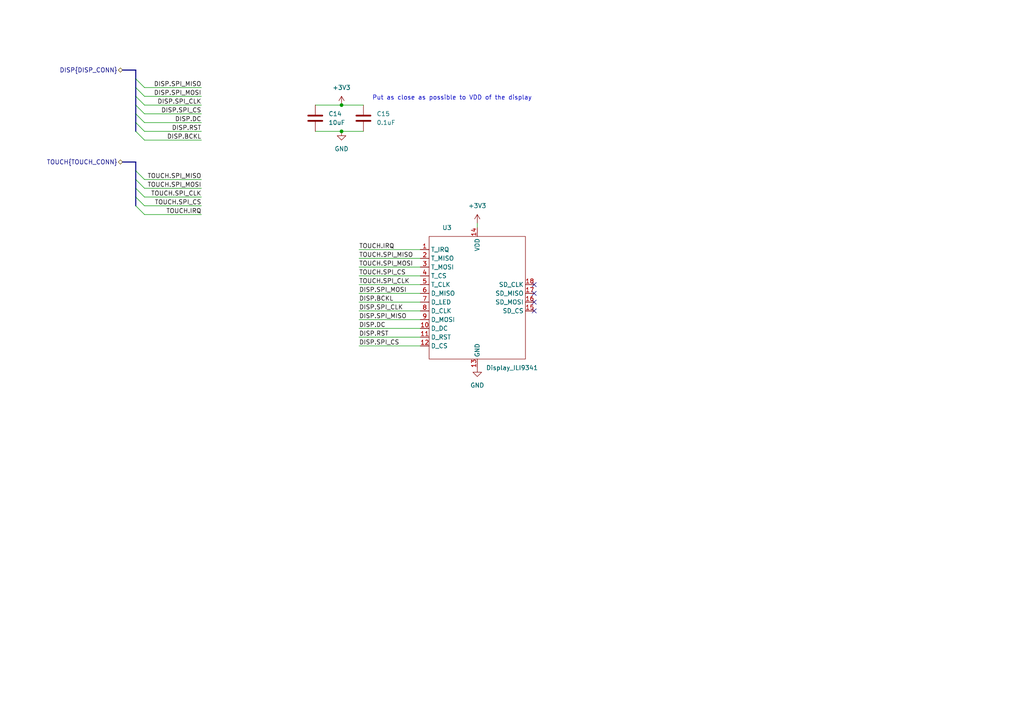
<source format=kicad_sch>
(kicad_sch (version 20211123) (generator eeschema)
  (paper "A4")
  (lib_symbols
    (symbol "Device:C" (pin_numbers hide) (pin_names (offset 0.254))
      (property "Reference" "C" (at 0.635 2.54 0))
      (property "Value" "C" (at 0.635 -2.54 0))
      (symbol "C_0_1"
        (polyline (pts (xy -2.032 -0.762) (xy 2.032 -0.762)) (stroke (width 0.508)))
        (polyline (pts (xy -2.032 0.762) (xy 2.032 0.762)) (stroke (width 0.508)))
      )
      (symbol "C_1_1"
        (pin passive line (at 0 3.81 270) (length 2.794) (name "~") (number "1"))
        (pin passive line (at 0 -3.81 90) (length 2.794) (name "~") (number "2"))
      )
    )
    (symbol "myLib:Display_ILI9341"
      (property "Reference" "U" (at -12.7 19.05 0))
      (property "Value" "Display_ILI9341" (at 8.89 -20.32 0))
      (symbol "Display_ILI9341_0_0"
        (pin output line (at -16.51 13.97 0) (length 2.54) (name "T_IRQ") (number "1"))
        (pin input line (at -16.51 -8.89 0) (length 2.54) (name "D_DC") (number "10"))
        (pin input line (at -16.51 -11.43 0) (length 2.54) (name "D_RST") (number "11"))
        (pin input line (at -16.51 -13.97 0) (length 2.54) (name "D_CS") (number "12"))
        (pin power_in line (at 0 -20.32 90) (length 2.54) (name "GND") (number "13"))
        (pin power_in line (at 0 20.32 270) (length 2.54) (name "VDD") (number "14"))
        (pin input line (at 16.51 -3.81 180) (length 2.54) (name "SD_CS") (number "15"))
        (pin input line (at 16.51 -1.27 180) (length 2.54) (name "SD_MOSI") (number "16"))
        (pin output line (at 16.51 1.27 180) (length 2.54) (name "SD_MISO") (number "17"))
        (pin input line (at 16.51 3.81 180) (length 2.54) (name "SD_CLK") (number "18"))
        (pin output line (at -16.51 11.43 0) (length 2.54) (name "T_MISO") (number "2"))
        (pin input line (at -16.51 8.89 0) (length 2.54) (name "T_MOSI") (number "3"))
        (pin input line (at -16.51 6.35 0) (length 2.54) (name "T_CS") (number "4"))
        (pin input line (at -16.51 3.81 0) (length 2.54) (name "T_CLK") (number "5"))
        (pin output line (at -16.51 1.27 0) (length 2.54) (name "D_MISO") (number "6"))
        (pin input line (at -16.51 -1.27 0) (length 2.54) (name "D_LED") (number "7"))
        (pin input line (at -16.51 -3.81 0) (length 2.54) (name "D_CLK") (number "8"))
        (pin input line (at -16.51 -6.35 0) (length 2.54) (name "D_MOSI") (number "9"))
      )
      (symbol "Display_ILI9341_0_1"
        (rectangle (start -13.97 17.78) (end 13.97 -17.78))
      )
    )
    (symbol "power:+3.3V" (power) (pin_names (offset 0))
      (property "Value" "+3.3V" (at 0 3.556 0))
      (symbol "+3.3V_0_1"
        (polyline (pts (xy -0.762 1.27) (xy 0 2.54)))
        (polyline (pts (xy 0 0) (xy 0 2.54)))
        (polyline (pts (xy 0 2.54) (xy 0.762 1.27)))
      )
      (symbol "+3.3V_1_1"
        (pin power_in line (at 0 0 90) (length 0) hide (name "+3V3") (number "1"))
      )
    )
    (symbol "power:GND" (power) (pin_names (offset 0))
      (property "Value" "GND" (at 0 -3.81 0))
      (symbol "GND_0_1"
        (polyline (pts (xy 0 0) (xy 0 -1.27) (xy 1.27 -1.27) (xy 0 -2.54) (xy -1.27 -1.27) (xy 0 -1.27)))
      )
      (symbol "GND_1_1"
        (pin power_in line (at 0 0 270) (length 0) hide (name "GND") (number "1"))
      )
    )
  )
  (bus_alias "DISP_CONN" (members "SPI_MISO" "SPI_MOSI" "SPI_CLK" "SPI_CS" "DC" "RST" "BCKL"))
  (junction (at 99.06 30.48))
  (junction (at 99.06 38.1))
  (no_connect (at 154.94 85.09))
  (no_connect (at 154.94 87.63))
  (no_connect (at 154.94 82.55))
  (no_connect (at 154.94 90.17))
  (bus_entry (at 39.37 22.86) (size 2.54 2.54))
  (bus_entry (at 41.91 52.07) (size -2.54 -2.54))
  (bus_entry (at 41.91 59.69) (size -2.54 -2.54))
  (bus_entry (at 41.91 57.15) (size -2.54 -2.54))
  (bus_entry (at 41.91 62.23) (size -2.54 -2.54))
  (bus_entry (at 41.91 54.61) (size -2.54 -2.54))
  (bus_entry (at 39.37 25.4) (size 2.54 2.54))
  (bus_entry (at 39.37 33.02) (size 2.54 2.54))
  (bus_entry (at 39.37 35.56) (size 2.54 2.54))
  (bus_entry (at 39.37 38.1) (size 2.54 2.54))
  (bus_entry (at 39.37 30.48) (size 2.54 2.54))
  (bus_entry (at 39.37 27.94) (size 2.54 2.54))
  (bus (pts (xy 39.37 46.99) (xy 35.56 46.99)))
  (wire (pts (xy 104.14 100.33) (xy 121.92 100.33)))
  (wire (pts (xy 91.44 30.48) (xy 99.06 30.48)))
  (bus (pts (xy 39.37 20.32) (xy 39.37 22.86)))
  (bus (pts (xy 39.37 54.61) (xy 39.37 57.15)))
  (wire (pts (xy 104.14 72.39) (xy 121.92 72.39)))
  (bus (pts (xy 39.37 52.07) (xy 39.37 54.61)))
  (bus (pts (xy 39.37 57.15) (xy 39.37 59.69)))
  (wire (pts (xy 58.42 33.02) (xy 41.91 33.02)))
  (bus (pts (xy 39.37 35.56) (xy 39.37 38.1)))
  (bus (pts (xy 39.37 30.48) (xy 39.37 33.02)))
  (wire (pts (xy 104.14 80.01) (xy 121.92 80.01)))
  (wire (pts (xy 58.42 59.69) (xy 41.91 59.69)))
  (wire (pts (xy 104.14 95.25) (xy 121.92 95.25)))
  (bus (pts (xy 35.56 20.32) (xy 39.37 20.32)))
  (wire (pts (xy 104.14 74.93) (xy 121.92 74.93)))
  (wire (pts (xy 99.06 38.1) (xy 105.41 38.1)))
  (bus (pts (xy 39.37 49.53) (xy 39.37 52.07)))
  (wire (pts (xy 104.14 87.63) (xy 121.92 87.63)))
  (wire (pts (xy 104.14 77.47) (xy 121.92 77.47)))
  (bus (pts (xy 39.37 27.94) (xy 39.37 25.4)))
  (wire (pts (xy 41.91 52.07) (xy 58.42 52.07)))
  (wire (pts (xy 41.91 35.56) (xy 58.42 35.56)))
  (wire (pts (xy 104.14 92.71) (xy 121.92 92.71)))
  (wire (pts (xy 104.14 97.79) (xy 121.92 97.79)))
  (wire (pts (xy 104.14 90.17) (xy 121.92 90.17)))
  (wire (pts (xy 58.42 27.94) (xy 41.91 27.94)))
  (wire (pts (xy 99.06 30.48) (xy 105.41 30.48)))
  (wire (pts (xy 41.91 57.15) (xy 58.42 57.15)))
  (wire (pts (xy 41.91 30.48) (xy 58.42 30.48)))
  (wire (pts (xy 104.14 82.55) (xy 121.92 82.55)))
  (bus (pts (xy 39.37 22.86) (xy 39.37 25.4)))
  (bus (pts (xy 39.37 27.94) (xy 39.37 30.48)))
  (wire (pts (xy 41.91 25.4) (xy 58.42 25.4)))
  (wire (pts (xy 104.14 85.09) (xy 121.92 85.09)))
  (bus (pts (xy 39.37 46.99) (xy 39.37 49.53)))
  (wire (pts (xy 91.44 38.1) (xy 99.06 38.1)))
  (wire (pts (xy 41.91 62.23) (xy 58.42 62.23)))
  (wire (pts (xy 58.42 38.1) (xy 41.91 38.1)))
  (bus (pts (xy 39.37 35.56) (xy 39.37 33.02)))
  (wire (pts (xy 138.43 64.77) (xy 138.43 66.04)))
  (wire (pts (xy 58.42 54.61) (xy 41.91 54.61)))
  (wire (pts (xy 41.91 40.64) (xy 58.42 40.64)))
  (text "Put as close as possible to VDD of the display" (at 107.95 29.21 0) (effects (font (size 1.27 1.27)) (justify left bottom)))
  (label "TOUCH.IRQ" (at 58.42 62.23 180))
  (label "TOUCH.SPI_CS" (at 104.14 80.01 0))
  (label "DISP.DC" (at 104.14 95.25 0))
  (label "TOUCH.SPI_MISO" (at 58.42 52.07 180))
  (label "TOUCH.IRQ" (at 104.14 72.39 0))
  (label "TOUCH.SPI_CLK" (at 58.42 57.15 180))
  (label "DISP.SPI_MOSI" (at 58.42 27.94 180))
  (label "DISP.BCKL" (at 58.42 40.64 180))
  (label "DISP.SPI_CS" (at 104.14 100.33 0))
  (label "DISP.SPI_CLK" (at 58.42 30.48 180))
  (label "DISP.SPI_MOSI" (at 104.14 85.09 0))
  (label "DISP.BCKL" (at 104.14 87.63 0))
  (label "DISP.RST" (at 58.42 38.1 180))
  (label "DISP.RST" (at 104.14 97.79 0))
  (label "DISP.DC" (at 58.42 35.56 180))
  (label "TOUCH.SPI_CLK" (at 104.14 82.55 0))
  (label "TOUCH.SPI_MOSI" (at 58.42 54.61 180))
  (label "DISP.SPI_MISO" (at 58.42 25.4 180))
  (label "TOUCH.SPI_MOSI" (at 104.14 77.47 0))
  (label "TOUCH.SPI_MISO" (at 104.14 74.93 0))
  (label "TOUCH.SPI_CS" (at 58.42 59.69 180))
  (label "DISP.SPI_CLK" (at 104.14 90.17 0))
  (label "DISP.SPI_CS" (at 58.42 33.02 180))
  (label "DISP.SPI_MISO" (at 104.14 92.71 0))
  (hierarchical_label "DISP{DISP_CONN}" (shape bidirectional) (at 35.56 20.32 180))
  (hierarchical_label "TOUCH{TOUCH_CONN}" (shape bidirectional) (at 35.56 46.99 180))
  (symbol (lib_id "power:+3.3V") (at 99.06 30.48 0) (unit 1)
    (property "Reference" "#PWR032" (effects hide))
    (property "Value" "+3.3V" (at 99.06 25.4 0))
  )
  (symbol (lib_id "power:+3.3V") (at 138.43 64.77 0) (unit 1)
    (property "Reference" "#PWR034" (effects hide))
    (property "Value" "+3.3V" (at 138.43 59.69 0))
  )
  (symbol (lib_id "Device:C") (at 105.41 34.29 0) (unit 1)
    (property "Reference" "C15" (at 109.22 33.0199 0) (effects (justify left)))
    (property "Value" "0.1uF" (at 109.22 35.5599 0) (effects (justify left)))
    (property "Footprint" "Capacitor_SMD:C_0603_1608Metric_Pad1.08x0.95mm_HandSolder" (effects hide))
  )
  (symbol (lib_id "myLib:Display_ILI9341") (at 138.43 86.36 0) (unit 1)
    (property "Reference" "U3" (at 128.27 66.04 0) (effects (justify left)))
    (property "Value" "Display_ILI9341" (at 140.97 106.68 0) (effects (justify left)))
    (property "Footprint" "myLib:ILI9341" (effects hide))
  )
  (symbol (lib_id "Device:C") (at 91.44 34.29 0) (unit 1)
    (property "Reference" "C14" (at 95.25 33.0199 0) (effects (justify left)))
    (property "Value" "10uF" (at 95.25 35.5599 0) (effects (justify left)))
    (property "Footprint" "Capacitor_SMD:C_0603_1608Metric_Pad1.08x0.95mm_HandSolder" (effects hide))
  )
  (symbol (lib_id "power:GND") (at 138.43 106.68 0) (unit 1)
    (property "Reference" "#PWR035" (effects hide))
    (property "Value" "GND" (at 138.43 111.76 0))
  )
  (symbol (lib_id "power:GND") (at 99.06 38.1 0) (unit 1)
    (property "Reference" "#PWR033" (effects hide))
    (property "Value" "GND" (at 99.06 43.18 0))
  )
)
</source>
